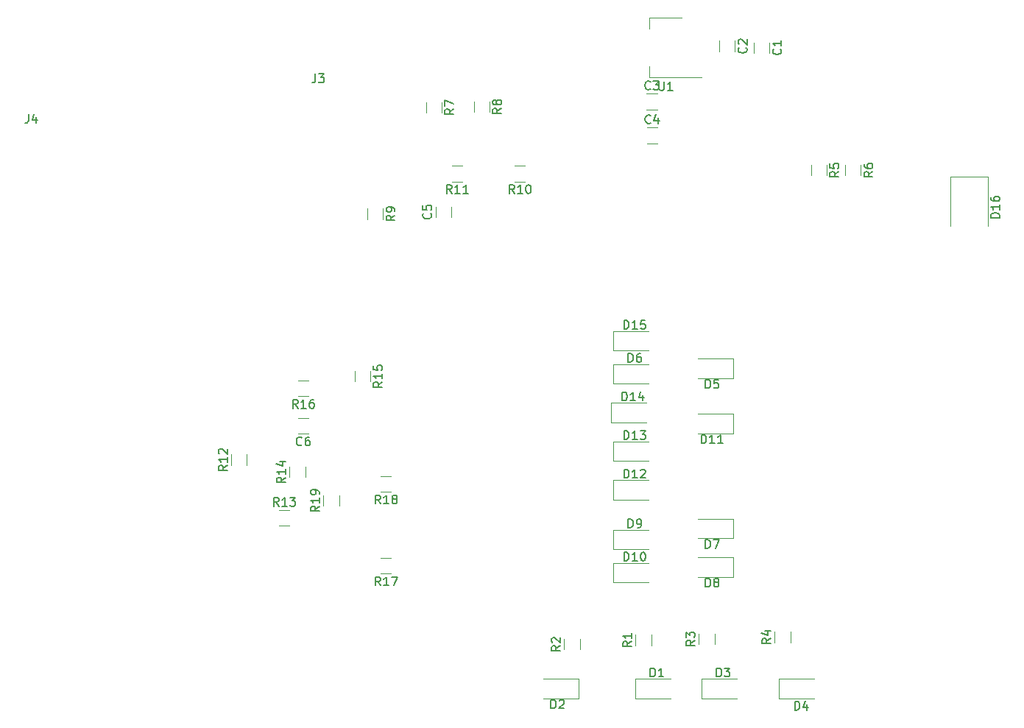
<source format=gbr>
%TF.GenerationSoftware,KiCad,Pcbnew,(6.0.0-rc1-dev-1444-gad0d9f8df)*%
%TF.CreationDate,2019-01-02T13:44:12+02:00*%
%TF.ProjectId,digiTOS-COMOD-SinBoard-routed-2,64696769-544f-4532-9d43-4f4d4f442d53,rev?*%
%TF.SameCoordinates,Original*%
%TF.FileFunction,Legend,Top*%
%TF.FilePolarity,Positive*%
%FSLAX46Y46*%
G04 Gerber Fmt 4.6, Leading zero omitted, Abs format (unit mm)*
G04 Created by KiCad (PCBNEW (6.0.0-rc1-dev-1444-gad0d9f8df)) date 02/01/2019 13:44:12*
%MOMM*%
%LPD*%
G04 APERTURE LIST*
%ADD10C,0.120000*%
%ADD11C,0.150000*%
G04 APERTURE END LIST*
D10*
%TO.C,C1*%
X214990000Y-53297936D02*
X214990000Y-54502064D01*
X216810000Y-53297936D02*
X216810000Y-54502064D01*
%TO.C,C2*%
X212837000Y-53115036D02*
X212837000Y-54319164D01*
X211017000Y-53115036D02*
X211017000Y-54319164D01*
%TO.C,C3*%
X202674936Y-59207100D02*
X203879064Y-59207100D01*
X202674936Y-61027100D02*
X203879064Y-61027100D01*
%TO.C,C4*%
X202697936Y-64910000D02*
X203902064Y-64910000D01*
X202697936Y-63090000D02*
X203902064Y-63090000D01*
%TO.C,D1*%
X201375000Y-128770000D02*
X205435000Y-128770000D01*
X201375000Y-126500000D02*
X201375000Y-128770000D01*
X205435000Y-126500000D02*
X201375000Y-126500000D01*
%TO.C,D2*%
X190805000Y-128770000D02*
X194865000Y-128770000D01*
X194865000Y-128770000D02*
X194865000Y-126500000D01*
X194865000Y-126500000D02*
X190805000Y-126500000D01*
%TO.C,D3*%
X208995000Y-128770000D02*
X213055000Y-128770000D01*
X208995000Y-126500000D02*
X208995000Y-128770000D01*
X213055000Y-126500000D02*
X208995000Y-126500000D01*
%TO.C,D4*%
X221945000Y-126500000D02*
X217885000Y-126500000D01*
X217885000Y-126500000D02*
X217885000Y-128770000D01*
X217885000Y-128770000D02*
X221945000Y-128770000D01*
%TO.C,R1*%
X203230000Y-122637064D02*
X203230000Y-121432936D01*
X201410000Y-122637064D02*
X201410000Y-121432936D01*
%TO.C,R2*%
X193200000Y-123137064D02*
X193200000Y-121932936D01*
X195020000Y-123137064D02*
X195020000Y-121932936D01*
%TO.C,R3*%
X210510000Y-122502064D02*
X210510000Y-121297936D01*
X208690000Y-122502064D02*
X208690000Y-121297936D01*
%TO.C,R4*%
X217390000Y-122302064D02*
X217390000Y-121097936D01*
X219210000Y-122302064D02*
X219210000Y-121097936D01*
%TO.C,U1*%
X202959000Y-50456500D02*
X202959000Y-51716500D01*
X202959000Y-57276500D02*
X202959000Y-56016500D01*
X206719000Y-50456500D02*
X202959000Y-50456500D01*
X208969000Y-57276500D02*
X202959000Y-57276500D01*
%TO.C,D5*%
X208585000Y-91940000D02*
X212645000Y-91940000D01*
X212645000Y-91940000D02*
X212645000Y-89670000D01*
X212645000Y-89670000D02*
X208585000Y-89670000D01*
%TO.C,D6*%
X198835000Y-92575000D02*
X202895000Y-92575000D01*
X198835000Y-90305000D02*
X198835000Y-92575000D01*
X202895000Y-90305000D02*
X198835000Y-90305000D01*
%TO.C,R5*%
X221583000Y-67394636D02*
X221583000Y-68598764D01*
X223403000Y-67394636D02*
X223403000Y-68598764D01*
%TO.C,R6*%
X227303000Y-67394636D02*
X227303000Y-68598764D01*
X225483000Y-67394636D02*
X225483000Y-68598764D01*
%TO.C,D7*%
X208585000Y-110355000D02*
X212645000Y-110355000D01*
X212645000Y-110355000D02*
X212645000Y-108085000D01*
X212645000Y-108085000D02*
X208585000Y-108085000D01*
%TO.C,D8*%
X212645000Y-112530000D02*
X208585000Y-112530000D01*
X212645000Y-114800000D02*
X212645000Y-112530000D01*
X208585000Y-114800000D02*
X212645000Y-114800000D01*
%TO.C,D9*%
X202895000Y-109355000D02*
X198835000Y-109355000D01*
X198835000Y-109355000D02*
X198835000Y-111625000D01*
X198835000Y-111625000D02*
X202895000Y-111625000D01*
%TO.C,D10*%
X198835000Y-115435000D02*
X202895000Y-115435000D01*
X198835000Y-113165000D02*
X198835000Y-115435000D01*
X202895000Y-113165000D02*
X198835000Y-113165000D01*
%TO.C,D11*%
X208585000Y-98290000D02*
X212645000Y-98290000D01*
X212645000Y-98290000D02*
X212645000Y-96020000D01*
X212645000Y-96020000D02*
X208585000Y-96020000D01*
%TO.C,D12*%
X198835000Y-105910000D02*
X202895000Y-105910000D01*
X198835000Y-103640000D02*
X198835000Y-105910000D01*
X202895000Y-103640000D02*
X198835000Y-103640000D01*
%TO.C,D13*%
X202895000Y-99195000D02*
X198835000Y-99195000D01*
X198835000Y-99195000D02*
X198835000Y-101465000D01*
X198835000Y-101465000D02*
X202895000Y-101465000D01*
%TO.C,D14*%
X202678000Y-94750000D02*
X198618000Y-94750000D01*
X198618000Y-94750000D02*
X198618000Y-97020000D01*
X198618000Y-97020000D02*
X202678000Y-97020000D01*
%TO.C,D15*%
X198835000Y-88765000D02*
X202895000Y-88765000D01*
X198835000Y-86495000D02*
X198835000Y-88765000D01*
X202895000Y-86495000D02*
X198835000Y-86495000D01*
%TO.C,R7*%
X177290000Y-60197936D02*
X177290000Y-61402064D01*
X179110000Y-60197936D02*
X179110000Y-61402064D01*
%TO.C,R8*%
X184610000Y-60097936D02*
X184610000Y-61302064D01*
X182790000Y-60097936D02*
X182790000Y-61302064D01*
%TO.C,C5*%
X178390000Y-73402064D02*
X178390000Y-72197936D01*
X180210000Y-73402064D02*
X180210000Y-72197936D01*
%TO.C,R9*%
X172360000Y-72422936D02*
X172360000Y-73627064D01*
X170540000Y-72422936D02*
X170540000Y-73627064D01*
%TO.C,R10*%
X188702064Y-69310000D02*
X187497936Y-69310000D01*
X188702064Y-67490000D02*
X187497936Y-67490000D01*
%TO.C,R11*%
X181502064Y-67490000D02*
X180297936Y-67490000D01*
X181502064Y-69310000D02*
X180297936Y-69310000D01*
%TO.C,C6*%
X163790064Y-98310000D02*
X162585936Y-98310000D01*
X163790064Y-96490000D02*
X162585936Y-96490000D01*
%TO.C,R12*%
X154890000Y-101902064D02*
X154890000Y-100697936D01*
X156710000Y-101902064D02*
X156710000Y-100697936D01*
%TO.C,R13*%
X160409936Y-108910000D02*
X161614064Y-108910000D01*
X160409936Y-107090000D02*
X161614064Y-107090000D01*
%TO.C,R14*%
X161590000Y-103302064D02*
X161590000Y-102097936D01*
X163410000Y-103302064D02*
X163410000Y-102097936D01*
%TO.C,R15*%
X170910000Y-91097936D02*
X170910000Y-92302064D01*
X169090000Y-91097936D02*
X169090000Y-92302064D01*
%TO.C,R16*%
X163802064Y-92190000D02*
X162597936Y-92190000D01*
X163802064Y-94010000D02*
X162597936Y-94010000D01*
%TO.C,D16*%
X241950000Y-68700000D02*
X237650000Y-68700000D01*
X237650000Y-68700000D02*
X237650000Y-74400000D01*
X241950000Y-68700000D02*
X241950000Y-74400000D01*
%TO.C,R17*%
X173302064Y-114410000D02*
X172097936Y-114410000D01*
X173302064Y-112590000D02*
X172097936Y-112590000D01*
%TO.C,R18*%
X173302064Y-103190000D02*
X172097936Y-103190000D01*
X173302064Y-105010000D02*
X172097936Y-105010000D01*
%TO.C,R19*%
X165490000Y-106602064D02*
X165490000Y-105397936D01*
X167310000Y-106602064D02*
X167310000Y-105397936D01*
%TO.C,J3*%
D11*
X164566666Y-56922380D02*
X164566666Y-57636666D01*
X164519047Y-57779523D01*
X164423809Y-57874761D01*
X164280952Y-57922380D01*
X164185714Y-57922380D01*
X164947619Y-56922380D02*
X165566666Y-56922380D01*
X165233333Y-57303333D01*
X165376190Y-57303333D01*
X165471428Y-57350952D01*
X165519047Y-57398571D01*
X165566666Y-57493809D01*
X165566666Y-57731904D01*
X165519047Y-57827142D01*
X165471428Y-57874761D01*
X165376190Y-57922380D01*
X165090476Y-57922380D01*
X164995238Y-57874761D01*
X164947619Y-57827142D01*
%TO.C,J4*%
X131566666Y-61572380D02*
X131566666Y-62286666D01*
X131519047Y-62429523D01*
X131423809Y-62524761D01*
X131280952Y-62572380D01*
X131185714Y-62572380D01*
X132471428Y-61905714D02*
X132471428Y-62572380D01*
X132233333Y-61524761D02*
X131995238Y-62239047D01*
X132614285Y-62239047D01*
%TO.C,C1*%
X218077142Y-54066666D02*
X218124761Y-54114285D01*
X218172380Y-54257142D01*
X218172380Y-54352380D01*
X218124761Y-54495238D01*
X218029523Y-54590476D01*
X217934285Y-54638095D01*
X217743809Y-54685714D01*
X217600952Y-54685714D01*
X217410476Y-54638095D01*
X217315238Y-54590476D01*
X217220000Y-54495238D01*
X217172380Y-54352380D01*
X217172380Y-54257142D01*
X217220000Y-54114285D01*
X217267619Y-54066666D01*
X218172380Y-53114285D02*
X218172380Y-53685714D01*
X218172380Y-53400000D02*
X217172380Y-53400000D01*
X217315238Y-53495238D01*
X217410476Y-53590476D01*
X217458095Y-53685714D01*
%TO.C,C2*%
X214104142Y-53883766D02*
X214151761Y-53931385D01*
X214199380Y-54074242D01*
X214199380Y-54169480D01*
X214151761Y-54312338D01*
X214056523Y-54407576D01*
X213961285Y-54455195D01*
X213770809Y-54502814D01*
X213627952Y-54502814D01*
X213437476Y-54455195D01*
X213342238Y-54407576D01*
X213247000Y-54312338D01*
X213199380Y-54169480D01*
X213199380Y-54074242D01*
X213247000Y-53931385D01*
X213294619Y-53883766D01*
X213294619Y-53502814D02*
X213247000Y-53455195D01*
X213199380Y-53359957D01*
X213199380Y-53121861D01*
X213247000Y-53026623D01*
X213294619Y-52979004D01*
X213389857Y-52931385D01*
X213485095Y-52931385D01*
X213627952Y-52979004D01*
X214199380Y-53550433D01*
X214199380Y-52931385D01*
%TO.C,C3*%
X203110333Y-58654242D02*
X203062714Y-58701861D01*
X202919857Y-58749480D01*
X202824619Y-58749480D01*
X202681761Y-58701861D01*
X202586523Y-58606623D01*
X202538904Y-58511385D01*
X202491285Y-58320909D01*
X202491285Y-58178052D01*
X202538904Y-57987576D01*
X202586523Y-57892338D01*
X202681761Y-57797100D01*
X202824619Y-57749480D01*
X202919857Y-57749480D01*
X203062714Y-57797100D01*
X203110333Y-57844719D01*
X203443666Y-57749480D02*
X204062714Y-57749480D01*
X203729380Y-58130433D01*
X203872238Y-58130433D01*
X203967476Y-58178052D01*
X204015095Y-58225671D01*
X204062714Y-58320909D01*
X204062714Y-58559004D01*
X204015095Y-58654242D01*
X203967476Y-58701861D01*
X203872238Y-58749480D01*
X203586523Y-58749480D01*
X203491285Y-58701861D01*
X203443666Y-58654242D01*
%TO.C,C4*%
X203133333Y-62537142D02*
X203085714Y-62584761D01*
X202942857Y-62632380D01*
X202847619Y-62632380D01*
X202704761Y-62584761D01*
X202609523Y-62489523D01*
X202561904Y-62394285D01*
X202514285Y-62203809D01*
X202514285Y-62060952D01*
X202561904Y-61870476D01*
X202609523Y-61775238D01*
X202704761Y-61680000D01*
X202847619Y-61632380D01*
X202942857Y-61632380D01*
X203085714Y-61680000D01*
X203133333Y-61727619D01*
X203990476Y-61965714D02*
X203990476Y-62632380D01*
X203752380Y-61584761D02*
X203514285Y-62299047D01*
X204133333Y-62299047D01*
%TO.C,D1*%
X203096904Y-126267380D02*
X203096904Y-125267380D01*
X203335000Y-125267380D01*
X203477857Y-125315000D01*
X203573095Y-125410238D01*
X203620714Y-125505476D01*
X203668333Y-125695952D01*
X203668333Y-125838809D01*
X203620714Y-126029285D01*
X203573095Y-126124523D01*
X203477857Y-126219761D01*
X203335000Y-126267380D01*
X203096904Y-126267380D01*
X204620714Y-126267380D02*
X204049285Y-126267380D01*
X204335000Y-126267380D02*
X204335000Y-125267380D01*
X204239761Y-125410238D01*
X204144523Y-125505476D01*
X204049285Y-125553095D01*
%TO.C,D2*%
X191666904Y-129907380D02*
X191666904Y-128907380D01*
X191905000Y-128907380D01*
X192047857Y-128955000D01*
X192143095Y-129050238D01*
X192190714Y-129145476D01*
X192238333Y-129335952D01*
X192238333Y-129478809D01*
X192190714Y-129669285D01*
X192143095Y-129764523D01*
X192047857Y-129859761D01*
X191905000Y-129907380D01*
X191666904Y-129907380D01*
X192619285Y-129002619D02*
X192666904Y-128955000D01*
X192762142Y-128907380D01*
X193000238Y-128907380D01*
X193095476Y-128955000D01*
X193143095Y-129002619D01*
X193190714Y-129097857D01*
X193190714Y-129193095D01*
X193143095Y-129335952D01*
X192571666Y-129907380D01*
X193190714Y-129907380D01*
%TO.C,D3*%
X210716904Y-126267380D02*
X210716904Y-125267380D01*
X210955000Y-125267380D01*
X211097857Y-125315000D01*
X211193095Y-125410238D01*
X211240714Y-125505476D01*
X211288333Y-125695952D01*
X211288333Y-125838809D01*
X211240714Y-126029285D01*
X211193095Y-126124523D01*
X211097857Y-126219761D01*
X210955000Y-126267380D01*
X210716904Y-126267380D01*
X211621666Y-125267380D02*
X212240714Y-125267380D01*
X211907380Y-125648333D01*
X212050238Y-125648333D01*
X212145476Y-125695952D01*
X212193095Y-125743571D01*
X212240714Y-125838809D01*
X212240714Y-126076904D01*
X212193095Y-126172142D01*
X212145476Y-126219761D01*
X212050238Y-126267380D01*
X211764523Y-126267380D01*
X211669285Y-126219761D01*
X211621666Y-126172142D01*
%TO.C,D4*%
X219706904Y-130087380D02*
X219706904Y-129087380D01*
X219945000Y-129087380D01*
X220087857Y-129135000D01*
X220183095Y-129230238D01*
X220230714Y-129325476D01*
X220278333Y-129515952D01*
X220278333Y-129658809D01*
X220230714Y-129849285D01*
X220183095Y-129944523D01*
X220087857Y-130039761D01*
X219945000Y-130087380D01*
X219706904Y-130087380D01*
X221135476Y-129420714D02*
X221135476Y-130087380D01*
X220897380Y-129039761D02*
X220659285Y-129754047D01*
X221278333Y-129754047D01*
%TO.C,R1*%
X200952380Y-122201666D02*
X200476190Y-122535000D01*
X200952380Y-122773095D02*
X199952380Y-122773095D01*
X199952380Y-122392142D01*
X200000000Y-122296904D01*
X200047619Y-122249285D01*
X200142857Y-122201666D01*
X200285714Y-122201666D01*
X200380952Y-122249285D01*
X200428571Y-122296904D01*
X200476190Y-122392142D01*
X200476190Y-122773095D01*
X200952380Y-121249285D02*
X200952380Y-121820714D01*
X200952380Y-121535000D02*
X199952380Y-121535000D01*
X200095238Y-121630238D01*
X200190476Y-121725476D01*
X200238095Y-121820714D01*
%TO.C,R2*%
X192742380Y-122701666D02*
X192266190Y-123035000D01*
X192742380Y-123273095D02*
X191742380Y-123273095D01*
X191742380Y-122892142D01*
X191790000Y-122796904D01*
X191837619Y-122749285D01*
X191932857Y-122701666D01*
X192075714Y-122701666D01*
X192170952Y-122749285D01*
X192218571Y-122796904D01*
X192266190Y-122892142D01*
X192266190Y-123273095D01*
X191837619Y-122320714D02*
X191790000Y-122273095D01*
X191742380Y-122177857D01*
X191742380Y-121939761D01*
X191790000Y-121844523D01*
X191837619Y-121796904D01*
X191932857Y-121749285D01*
X192028095Y-121749285D01*
X192170952Y-121796904D01*
X192742380Y-122368333D01*
X192742380Y-121749285D01*
%TO.C,R3*%
X208232380Y-122066666D02*
X207756190Y-122400000D01*
X208232380Y-122638095D02*
X207232380Y-122638095D01*
X207232380Y-122257142D01*
X207280000Y-122161904D01*
X207327619Y-122114285D01*
X207422857Y-122066666D01*
X207565714Y-122066666D01*
X207660952Y-122114285D01*
X207708571Y-122161904D01*
X207756190Y-122257142D01*
X207756190Y-122638095D01*
X207232380Y-121733333D02*
X207232380Y-121114285D01*
X207613333Y-121447619D01*
X207613333Y-121304761D01*
X207660952Y-121209523D01*
X207708571Y-121161904D01*
X207803809Y-121114285D01*
X208041904Y-121114285D01*
X208137142Y-121161904D01*
X208184761Y-121209523D01*
X208232380Y-121304761D01*
X208232380Y-121590476D01*
X208184761Y-121685714D01*
X208137142Y-121733333D01*
%TO.C,R4*%
X216932380Y-121866666D02*
X216456190Y-122200000D01*
X216932380Y-122438095D02*
X215932380Y-122438095D01*
X215932380Y-122057142D01*
X215980000Y-121961904D01*
X216027619Y-121914285D01*
X216122857Y-121866666D01*
X216265714Y-121866666D01*
X216360952Y-121914285D01*
X216408571Y-121961904D01*
X216456190Y-122057142D01*
X216456190Y-122438095D01*
X216265714Y-121009523D02*
X216932380Y-121009523D01*
X215884761Y-121247619D02*
X216599047Y-121485714D01*
X216599047Y-120866666D01*
%TO.C,U1*%
X204107095Y-57818880D02*
X204107095Y-58628404D01*
X204154714Y-58723642D01*
X204202333Y-58771261D01*
X204297571Y-58818880D01*
X204488047Y-58818880D01*
X204583285Y-58771261D01*
X204630904Y-58723642D01*
X204678523Y-58628404D01*
X204678523Y-57818880D01*
X205678523Y-58818880D02*
X205107095Y-58818880D01*
X205392809Y-58818880D02*
X205392809Y-57818880D01*
X205297571Y-57961738D01*
X205202333Y-58056976D01*
X205107095Y-58104595D01*
%TO.C,D5*%
X209446904Y-93077380D02*
X209446904Y-92077380D01*
X209685000Y-92077380D01*
X209827857Y-92125000D01*
X209923095Y-92220238D01*
X209970714Y-92315476D01*
X210018333Y-92505952D01*
X210018333Y-92648809D01*
X209970714Y-92839285D01*
X209923095Y-92934523D01*
X209827857Y-93029761D01*
X209685000Y-93077380D01*
X209446904Y-93077380D01*
X210923095Y-92077380D02*
X210446904Y-92077380D01*
X210399285Y-92553571D01*
X210446904Y-92505952D01*
X210542142Y-92458333D01*
X210780238Y-92458333D01*
X210875476Y-92505952D01*
X210923095Y-92553571D01*
X210970714Y-92648809D01*
X210970714Y-92886904D01*
X210923095Y-92982142D01*
X210875476Y-93029761D01*
X210780238Y-93077380D01*
X210542142Y-93077380D01*
X210446904Y-93029761D01*
X210399285Y-92982142D01*
%TO.C,D6*%
X200556904Y-90072380D02*
X200556904Y-89072380D01*
X200795000Y-89072380D01*
X200937857Y-89120000D01*
X201033095Y-89215238D01*
X201080714Y-89310476D01*
X201128333Y-89500952D01*
X201128333Y-89643809D01*
X201080714Y-89834285D01*
X201033095Y-89929523D01*
X200937857Y-90024761D01*
X200795000Y-90072380D01*
X200556904Y-90072380D01*
X201985476Y-89072380D02*
X201795000Y-89072380D01*
X201699761Y-89120000D01*
X201652142Y-89167619D01*
X201556904Y-89310476D01*
X201509285Y-89500952D01*
X201509285Y-89881904D01*
X201556904Y-89977142D01*
X201604523Y-90024761D01*
X201699761Y-90072380D01*
X201890238Y-90072380D01*
X201985476Y-90024761D01*
X202033095Y-89977142D01*
X202080714Y-89881904D01*
X202080714Y-89643809D01*
X202033095Y-89548571D01*
X201985476Y-89500952D01*
X201890238Y-89453333D01*
X201699761Y-89453333D01*
X201604523Y-89500952D01*
X201556904Y-89548571D01*
X201509285Y-89643809D01*
%TO.C,R5*%
X224765380Y-68163366D02*
X224289190Y-68496700D01*
X224765380Y-68734795D02*
X223765380Y-68734795D01*
X223765380Y-68353842D01*
X223813000Y-68258604D01*
X223860619Y-68210985D01*
X223955857Y-68163366D01*
X224098714Y-68163366D01*
X224193952Y-68210985D01*
X224241571Y-68258604D01*
X224289190Y-68353842D01*
X224289190Y-68734795D01*
X223765380Y-67258604D02*
X223765380Y-67734795D01*
X224241571Y-67782414D01*
X224193952Y-67734795D01*
X224146333Y-67639557D01*
X224146333Y-67401461D01*
X224193952Y-67306223D01*
X224241571Y-67258604D01*
X224336809Y-67210985D01*
X224574904Y-67210985D01*
X224670142Y-67258604D01*
X224717761Y-67306223D01*
X224765380Y-67401461D01*
X224765380Y-67639557D01*
X224717761Y-67734795D01*
X224670142Y-67782414D01*
%TO.C,R6*%
X228665380Y-68163366D02*
X228189190Y-68496700D01*
X228665380Y-68734795D02*
X227665380Y-68734795D01*
X227665380Y-68353842D01*
X227713000Y-68258604D01*
X227760619Y-68210985D01*
X227855857Y-68163366D01*
X227998714Y-68163366D01*
X228093952Y-68210985D01*
X228141571Y-68258604D01*
X228189190Y-68353842D01*
X228189190Y-68734795D01*
X227665380Y-67306223D02*
X227665380Y-67496700D01*
X227713000Y-67591938D01*
X227760619Y-67639557D01*
X227903476Y-67734795D01*
X228093952Y-67782414D01*
X228474904Y-67782414D01*
X228570142Y-67734795D01*
X228617761Y-67687176D01*
X228665380Y-67591938D01*
X228665380Y-67401461D01*
X228617761Y-67306223D01*
X228570142Y-67258604D01*
X228474904Y-67210985D01*
X228236809Y-67210985D01*
X228141571Y-67258604D01*
X228093952Y-67306223D01*
X228046333Y-67401461D01*
X228046333Y-67591938D01*
X228093952Y-67687176D01*
X228141571Y-67734795D01*
X228236809Y-67782414D01*
%TO.C,D7*%
X209446904Y-111492380D02*
X209446904Y-110492380D01*
X209685000Y-110492380D01*
X209827857Y-110540000D01*
X209923095Y-110635238D01*
X209970714Y-110730476D01*
X210018333Y-110920952D01*
X210018333Y-111063809D01*
X209970714Y-111254285D01*
X209923095Y-111349523D01*
X209827857Y-111444761D01*
X209685000Y-111492380D01*
X209446904Y-111492380D01*
X210351666Y-110492380D02*
X211018333Y-110492380D01*
X210589761Y-111492380D01*
%TO.C,D8*%
X209446904Y-115937380D02*
X209446904Y-114937380D01*
X209685000Y-114937380D01*
X209827857Y-114985000D01*
X209923095Y-115080238D01*
X209970714Y-115175476D01*
X210018333Y-115365952D01*
X210018333Y-115508809D01*
X209970714Y-115699285D01*
X209923095Y-115794523D01*
X209827857Y-115889761D01*
X209685000Y-115937380D01*
X209446904Y-115937380D01*
X210589761Y-115365952D02*
X210494523Y-115318333D01*
X210446904Y-115270714D01*
X210399285Y-115175476D01*
X210399285Y-115127857D01*
X210446904Y-115032619D01*
X210494523Y-114985000D01*
X210589761Y-114937380D01*
X210780238Y-114937380D01*
X210875476Y-114985000D01*
X210923095Y-115032619D01*
X210970714Y-115127857D01*
X210970714Y-115175476D01*
X210923095Y-115270714D01*
X210875476Y-115318333D01*
X210780238Y-115365952D01*
X210589761Y-115365952D01*
X210494523Y-115413571D01*
X210446904Y-115461190D01*
X210399285Y-115556428D01*
X210399285Y-115746904D01*
X210446904Y-115842142D01*
X210494523Y-115889761D01*
X210589761Y-115937380D01*
X210780238Y-115937380D01*
X210875476Y-115889761D01*
X210923095Y-115842142D01*
X210970714Y-115746904D01*
X210970714Y-115556428D01*
X210923095Y-115461190D01*
X210875476Y-115413571D01*
X210780238Y-115365952D01*
%TO.C,D9*%
X200556904Y-109122380D02*
X200556904Y-108122380D01*
X200795000Y-108122380D01*
X200937857Y-108170000D01*
X201033095Y-108265238D01*
X201080714Y-108360476D01*
X201128333Y-108550952D01*
X201128333Y-108693809D01*
X201080714Y-108884285D01*
X201033095Y-108979523D01*
X200937857Y-109074761D01*
X200795000Y-109122380D01*
X200556904Y-109122380D01*
X201604523Y-109122380D02*
X201795000Y-109122380D01*
X201890238Y-109074761D01*
X201937857Y-109027142D01*
X202033095Y-108884285D01*
X202080714Y-108693809D01*
X202080714Y-108312857D01*
X202033095Y-108217619D01*
X201985476Y-108170000D01*
X201890238Y-108122380D01*
X201699761Y-108122380D01*
X201604523Y-108170000D01*
X201556904Y-108217619D01*
X201509285Y-108312857D01*
X201509285Y-108550952D01*
X201556904Y-108646190D01*
X201604523Y-108693809D01*
X201699761Y-108741428D01*
X201890238Y-108741428D01*
X201985476Y-108693809D01*
X202033095Y-108646190D01*
X202080714Y-108550952D01*
%TO.C,D10*%
X200080714Y-112932380D02*
X200080714Y-111932380D01*
X200318809Y-111932380D01*
X200461666Y-111980000D01*
X200556904Y-112075238D01*
X200604523Y-112170476D01*
X200652142Y-112360952D01*
X200652142Y-112503809D01*
X200604523Y-112694285D01*
X200556904Y-112789523D01*
X200461666Y-112884761D01*
X200318809Y-112932380D01*
X200080714Y-112932380D01*
X201604523Y-112932380D02*
X201033095Y-112932380D01*
X201318809Y-112932380D02*
X201318809Y-111932380D01*
X201223571Y-112075238D01*
X201128333Y-112170476D01*
X201033095Y-112218095D01*
X202223571Y-111932380D02*
X202318809Y-111932380D01*
X202414047Y-111980000D01*
X202461666Y-112027619D01*
X202509285Y-112122857D01*
X202556904Y-112313333D01*
X202556904Y-112551428D01*
X202509285Y-112741904D01*
X202461666Y-112837142D01*
X202414047Y-112884761D01*
X202318809Y-112932380D01*
X202223571Y-112932380D01*
X202128333Y-112884761D01*
X202080714Y-112837142D01*
X202033095Y-112741904D01*
X201985476Y-112551428D01*
X201985476Y-112313333D01*
X202033095Y-112122857D01*
X202080714Y-112027619D01*
X202128333Y-111980000D01*
X202223571Y-111932380D01*
%TO.C,D11*%
X208970714Y-99427380D02*
X208970714Y-98427380D01*
X209208809Y-98427380D01*
X209351666Y-98475000D01*
X209446904Y-98570238D01*
X209494523Y-98665476D01*
X209542142Y-98855952D01*
X209542142Y-98998809D01*
X209494523Y-99189285D01*
X209446904Y-99284523D01*
X209351666Y-99379761D01*
X209208809Y-99427380D01*
X208970714Y-99427380D01*
X210494523Y-99427380D02*
X209923095Y-99427380D01*
X210208809Y-99427380D02*
X210208809Y-98427380D01*
X210113571Y-98570238D01*
X210018333Y-98665476D01*
X209923095Y-98713095D01*
X211446904Y-99427380D02*
X210875476Y-99427380D01*
X211161190Y-99427380D02*
X211161190Y-98427380D01*
X211065952Y-98570238D01*
X210970714Y-98665476D01*
X210875476Y-98713095D01*
%TO.C,D12*%
X200080714Y-103407380D02*
X200080714Y-102407380D01*
X200318809Y-102407380D01*
X200461666Y-102455000D01*
X200556904Y-102550238D01*
X200604523Y-102645476D01*
X200652142Y-102835952D01*
X200652142Y-102978809D01*
X200604523Y-103169285D01*
X200556904Y-103264523D01*
X200461666Y-103359761D01*
X200318809Y-103407380D01*
X200080714Y-103407380D01*
X201604523Y-103407380D02*
X201033095Y-103407380D01*
X201318809Y-103407380D02*
X201318809Y-102407380D01*
X201223571Y-102550238D01*
X201128333Y-102645476D01*
X201033095Y-102693095D01*
X201985476Y-102502619D02*
X202033095Y-102455000D01*
X202128333Y-102407380D01*
X202366428Y-102407380D01*
X202461666Y-102455000D01*
X202509285Y-102502619D01*
X202556904Y-102597857D01*
X202556904Y-102693095D01*
X202509285Y-102835952D01*
X201937857Y-103407380D01*
X202556904Y-103407380D01*
%TO.C,D13*%
X200080714Y-98962380D02*
X200080714Y-97962380D01*
X200318809Y-97962380D01*
X200461666Y-98010000D01*
X200556904Y-98105238D01*
X200604523Y-98200476D01*
X200652142Y-98390952D01*
X200652142Y-98533809D01*
X200604523Y-98724285D01*
X200556904Y-98819523D01*
X200461666Y-98914761D01*
X200318809Y-98962380D01*
X200080714Y-98962380D01*
X201604523Y-98962380D02*
X201033095Y-98962380D01*
X201318809Y-98962380D02*
X201318809Y-97962380D01*
X201223571Y-98105238D01*
X201128333Y-98200476D01*
X201033095Y-98248095D01*
X201937857Y-97962380D02*
X202556904Y-97962380D01*
X202223571Y-98343333D01*
X202366428Y-98343333D01*
X202461666Y-98390952D01*
X202509285Y-98438571D01*
X202556904Y-98533809D01*
X202556904Y-98771904D01*
X202509285Y-98867142D01*
X202461666Y-98914761D01*
X202366428Y-98962380D01*
X202080714Y-98962380D01*
X201985476Y-98914761D01*
X201937857Y-98867142D01*
%TO.C,D14*%
X199863714Y-94517380D02*
X199863714Y-93517380D01*
X200101809Y-93517380D01*
X200244666Y-93565000D01*
X200339904Y-93660238D01*
X200387523Y-93755476D01*
X200435142Y-93945952D01*
X200435142Y-94088809D01*
X200387523Y-94279285D01*
X200339904Y-94374523D01*
X200244666Y-94469761D01*
X200101809Y-94517380D01*
X199863714Y-94517380D01*
X201387523Y-94517380D02*
X200816095Y-94517380D01*
X201101809Y-94517380D02*
X201101809Y-93517380D01*
X201006571Y-93660238D01*
X200911333Y-93755476D01*
X200816095Y-93803095D01*
X202244666Y-93850714D02*
X202244666Y-94517380D01*
X202006571Y-93469761D02*
X201768476Y-94184047D01*
X202387523Y-94184047D01*
%TO.C,D15*%
X200080714Y-86262380D02*
X200080714Y-85262380D01*
X200318809Y-85262380D01*
X200461666Y-85310000D01*
X200556904Y-85405238D01*
X200604523Y-85500476D01*
X200652142Y-85690952D01*
X200652142Y-85833809D01*
X200604523Y-86024285D01*
X200556904Y-86119523D01*
X200461666Y-86214761D01*
X200318809Y-86262380D01*
X200080714Y-86262380D01*
X201604523Y-86262380D02*
X201033095Y-86262380D01*
X201318809Y-86262380D02*
X201318809Y-85262380D01*
X201223571Y-85405238D01*
X201128333Y-85500476D01*
X201033095Y-85548095D01*
X202509285Y-85262380D02*
X202033095Y-85262380D01*
X201985476Y-85738571D01*
X202033095Y-85690952D01*
X202128333Y-85643333D01*
X202366428Y-85643333D01*
X202461666Y-85690952D01*
X202509285Y-85738571D01*
X202556904Y-85833809D01*
X202556904Y-86071904D01*
X202509285Y-86167142D01*
X202461666Y-86214761D01*
X202366428Y-86262380D01*
X202128333Y-86262380D01*
X202033095Y-86214761D01*
X201985476Y-86167142D01*
%TO.C,R7*%
X180472380Y-60966666D02*
X179996190Y-61300000D01*
X180472380Y-61538095D02*
X179472380Y-61538095D01*
X179472380Y-61157142D01*
X179520000Y-61061904D01*
X179567619Y-61014285D01*
X179662857Y-60966666D01*
X179805714Y-60966666D01*
X179900952Y-61014285D01*
X179948571Y-61061904D01*
X179996190Y-61157142D01*
X179996190Y-61538095D01*
X179472380Y-60633333D02*
X179472380Y-59966666D01*
X180472380Y-60395238D01*
%TO.C,R8*%
X185972380Y-60866666D02*
X185496190Y-61200000D01*
X185972380Y-61438095D02*
X184972380Y-61438095D01*
X184972380Y-61057142D01*
X185020000Y-60961904D01*
X185067619Y-60914285D01*
X185162857Y-60866666D01*
X185305714Y-60866666D01*
X185400952Y-60914285D01*
X185448571Y-60961904D01*
X185496190Y-61057142D01*
X185496190Y-61438095D01*
X185400952Y-60295238D02*
X185353333Y-60390476D01*
X185305714Y-60438095D01*
X185210476Y-60485714D01*
X185162857Y-60485714D01*
X185067619Y-60438095D01*
X185020000Y-60390476D01*
X184972380Y-60295238D01*
X184972380Y-60104761D01*
X185020000Y-60009523D01*
X185067619Y-59961904D01*
X185162857Y-59914285D01*
X185210476Y-59914285D01*
X185305714Y-59961904D01*
X185353333Y-60009523D01*
X185400952Y-60104761D01*
X185400952Y-60295238D01*
X185448571Y-60390476D01*
X185496190Y-60438095D01*
X185591428Y-60485714D01*
X185781904Y-60485714D01*
X185877142Y-60438095D01*
X185924761Y-60390476D01*
X185972380Y-60295238D01*
X185972380Y-60104761D01*
X185924761Y-60009523D01*
X185877142Y-59961904D01*
X185781904Y-59914285D01*
X185591428Y-59914285D01*
X185496190Y-59961904D01*
X185448571Y-60009523D01*
X185400952Y-60104761D01*
%TO.C,C5*%
X177837142Y-72966666D02*
X177884761Y-73014285D01*
X177932380Y-73157142D01*
X177932380Y-73252380D01*
X177884761Y-73395238D01*
X177789523Y-73490476D01*
X177694285Y-73538095D01*
X177503809Y-73585714D01*
X177360952Y-73585714D01*
X177170476Y-73538095D01*
X177075238Y-73490476D01*
X176980000Y-73395238D01*
X176932380Y-73252380D01*
X176932380Y-73157142D01*
X176980000Y-73014285D01*
X177027619Y-72966666D01*
X176932380Y-72061904D02*
X176932380Y-72538095D01*
X177408571Y-72585714D01*
X177360952Y-72538095D01*
X177313333Y-72442857D01*
X177313333Y-72204761D01*
X177360952Y-72109523D01*
X177408571Y-72061904D01*
X177503809Y-72014285D01*
X177741904Y-72014285D01*
X177837142Y-72061904D01*
X177884761Y-72109523D01*
X177932380Y-72204761D01*
X177932380Y-72442857D01*
X177884761Y-72538095D01*
X177837142Y-72585714D01*
%TO.C,R9*%
X173722380Y-73191666D02*
X173246190Y-73525000D01*
X173722380Y-73763095D02*
X172722380Y-73763095D01*
X172722380Y-73382142D01*
X172770000Y-73286904D01*
X172817619Y-73239285D01*
X172912857Y-73191666D01*
X173055714Y-73191666D01*
X173150952Y-73239285D01*
X173198571Y-73286904D01*
X173246190Y-73382142D01*
X173246190Y-73763095D01*
X173722380Y-72715476D02*
X173722380Y-72525000D01*
X173674761Y-72429761D01*
X173627142Y-72382142D01*
X173484285Y-72286904D01*
X173293809Y-72239285D01*
X172912857Y-72239285D01*
X172817619Y-72286904D01*
X172770000Y-72334523D01*
X172722380Y-72429761D01*
X172722380Y-72620238D01*
X172770000Y-72715476D01*
X172817619Y-72763095D01*
X172912857Y-72810714D01*
X173150952Y-72810714D01*
X173246190Y-72763095D01*
X173293809Y-72715476D01*
X173341428Y-72620238D01*
X173341428Y-72429761D01*
X173293809Y-72334523D01*
X173246190Y-72286904D01*
X173150952Y-72239285D01*
%TO.C,R10*%
X187457142Y-70672380D02*
X187123809Y-70196190D01*
X186885714Y-70672380D02*
X186885714Y-69672380D01*
X187266666Y-69672380D01*
X187361904Y-69720000D01*
X187409523Y-69767619D01*
X187457142Y-69862857D01*
X187457142Y-70005714D01*
X187409523Y-70100952D01*
X187361904Y-70148571D01*
X187266666Y-70196190D01*
X186885714Y-70196190D01*
X188409523Y-70672380D02*
X187838095Y-70672380D01*
X188123809Y-70672380D02*
X188123809Y-69672380D01*
X188028571Y-69815238D01*
X187933333Y-69910476D01*
X187838095Y-69958095D01*
X189028571Y-69672380D02*
X189123809Y-69672380D01*
X189219047Y-69720000D01*
X189266666Y-69767619D01*
X189314285Y-69862857D01*
X189361904Y-70053333D01*
X189361904Y-70291428D01*
X189314285Y-70481904D01*
X189266666Y-70577142D01*
X189219047Y-70624761D01*
X189123809Y-70672380D01*
X189028571Y-70672380D01*
X188933333Y-70624761D01*
X188885714Y-70577142D01*
X188838095Y-70481904D01*
X188790476Y-70291428D01*
X188790476Y-70053333D01*
X188838095Y-69862857D01*
X188885714Y-69767619D01*
X188933333Y-69720000D01*
X189028571Y-69672380D01*
%TO.C,R11*%
X180257142Y-70672380D02*
X179923809Y-70196190D01*
X179685714Y-70672380D02*
X179685714Y-69672380D01*
X180066666Y-69672380D01*
X180161904Y-69720000D01*
X180209523Y-69767619D01*
X180257142Y-69862857D01*
X180257142Y-70005714D01*
X180209523Y-70100952D01*
X180161904Y-70148571D01*
X180066666Y-70196190D01*
X179685714Y-70196190D01*
X181209523Y-70672380D02*
X180638095Y-70672380D01*
X180923809Y-70672380D02*
X180923809Y-69672380D01*
X180828571Y-69815238D01*
X180733333Y-69910476D01*
X180638095Y-69958095D01*
X182161904Y-70672380D02*
X181590476Y-70672380D01*
X181876190Y-70672380D02*
X181876190Y-69672380D01*
X181780952Y-69815238D01*
X181685714Y-69910476D01*
X181590476Y-69958095D01*
%TO.C,C6*%
X163021333Y-99577142D02*
X162973714Y-99624761D01*
X162830857Y-99672380D01*
X162735619Y-99672380D01*
X162592761Y-99624761D01*
X162497523Y-99529523D01*
X162449904Y-99434285D01*
X162402285Y-99243809D01*
X162402285Y-99100952D01*
X162449904Y-98910476D01*
X162497523Y-98815238D01*
X162592761Y-98720000D01*
X162735619Y-98672380D01*
X162830857Y-98672380D01*
X162973714Y-98720000D01*
X163021333Y-98767619D01*
X163878476Y-98672380D02*
X163688000Y-98672380D01*
X163592761Y-98720000D01*
X163545142Y-98767619D01*
X163449904Y-98910476D01*
X163402285Y-99100952D01*
X163402285Y-99481904D01*
X163449904Y-99577142D01*
X163497523Y-99624761D01*
X163592761Y-99672380D01*
X163783238Y-99672380D01*
X163878476Y-99624761D01*
X163926095Y-99577142D01*
X163973714Y-99481904D01*
X163973714Y-99243809D01*
X163926095Y-99148571D01*
X163878476Y-99100952D01*
X163783238Y-99053333D01*
X163592761Y-99053333D01*
X163497523Y-99100952D01*
X163449904Y-99148571D01*
X163402285Y-99243809D01*
%TO.C,R12*%
X154432380Y-101942857D02*
X153956190Y-102276190D01*
X154432380Y-102514285D02*
X153432380Y-102514285D01*
X153432380Y-102133333D01*
X153480000Y-102038095D01*
X153527619Y-101990476D01*
X153622857Y-101942857D01*
X153765714Y-101942857D01*
X153860952Y-101990476D01*
X153908571Y-102038095D01*
X153956190Y-102133333D01*
X153956190Y-102514285D01*
X154432380Y-100990476D02*
X154432380Y-101561904D01*
X154432380Y-101276190D02*
X153432380Y-101276190D01*
X153575238Y-101371428D01*
X153670476Y-101466666D01*
X153718095Y-101561904D01*
X153527619Y-100609523D02*
X153480000Y-100561904D01*
X153432380Y-100466666D01*
X153432380Y-100228571D01*
X153480000Y-100133333D01*
X153527619Y-100085714D01*
X153622857Y-100038095D01*
X153718095Y-100038095D01*
X153860952Y-100085714D01*
X154432380Y-100657142D01*
X154432380Y-100038095D01*
%TO.C,R13*%
X160369142Y-106632380D02*
X160035809Y-106156190D01*
X159797714Y-106632380D02*
X159797714Y-105632380D01*
X160178666Y-105632380D01*
X160273904Y-105680000D01*
X160321523Y-105727619D01*
X160369142Y-105822857D01*
X160369142Y-105965714D01*
X160321523Y-106060952D01*
X160273904Y-106108571D01*
X160178666Y-106156190D01*
X159797714Y-106156190D01*
X161321523Y-106632380D02*
X160750095Y-106632380D01*
X161035809Y-106632380D02*
X161035809Y-105632380D01*
X160940571Y-105775238D01*
X160845333Y-105870476D01*
X160750095Y-105918095D01*
X161654857Y-105632380D02*
X162273904Y-105632380D01*
X161940571Y-106013333D01*
X162083428Y-106013333D01*
X162178666Y-106060952D01*
X162226285Y-106108571D01*
X162273904Y-106203809D01*
X162273904Y-106441904D01*
X162226285Y-106537142D01*
X162178666Y-106584761D01*
X162083428Y-106632380D01*
X161797714Y-106632380D01*
X161702476Y-106584761D01*
X161654857Y-106537142D01*
%TO.C,R14*%
X161132380Y-103342857D02*
X160656190Y-103676190D01*
X161132380Y-103914285D02*
X160132380Y-103914285D01*
X160132380Y-103533333D01*
X160180000Y-103438095D01*
X160227619Y-103390476D01*
X160322857Y-103342857D01*
X160465714Y-103342857D01*
X160560952Y-103390476D01*
X160608571Y-103438095D01*
X160656190Y-103533333D01*
X160656190Y-103914285D01*
X161132380Y-102390476D02*
X161132380Y-102961904D01*
X161132380Y-102676190D02*
X160132380Y-102676190D01*
X160275238Y-102771428D01*
X160370476Y-102866666D01*
X160418095Y-102961904D01*
X160465714Y-101533333D02*
X161132380Y-101533333D01*
X160084761Y-101771428D02*
X160799047Y-102009523D01*
X160799047Y-101390476D01*
%TO.C,R15*%
X172272380Y-92342857D02*
X171796190Y-92676190D01*
X172272380Y-92914285D02*
X171272380Y-92914285D01*
X171272380Y-92533333D01*
X171320000Y-92438095D01*
X171367619Y-92390476D01*
X171462857Y-92342857D01*
X171605714Y-92342857D01*
X171700952Y-92390476D01*
X171748571Y-92438095D01*
X171796190Y-92533333D01*
X171796190Y-92914285D01*
X172272380Y-91390476D02*
X172272380Y-91961904D01*
X172272380Y-91676190D02*
X171272380Y-91676190D01*
X171415238Y-91771428D01*
X171510476Y-91866666D01*
X171558095Y-91961904D01*
X171272380Y-90485714D02*
X171272380Y-90961904D01*
X171748571Y-91009523D01*
X171700952Y-90961904D01*
X171653333Y-90866666D01*
X171653333Y-90628571D01*
X171700952Y-90533333D01*
X171748571Y-90485714D01*
X171843809Y-90438095D01*
X172081904Y-90438095D01*
X172177142Y-90485714D01*
X172224761Y-90533333D01*
X172272380Y-90628571D01*
X172272380Y-90866666D01*
X172224761Y-90961904D01*
X172177142Y-91009523D01*
%TO.C,R16*%
X162557142Y-95372380D02*
X162223809Y-94896190D01*
X161985714Y-95372380D02*
X161985714Y-94372380D01*
X162366666Y-94372380D01*
X162461904Y-94420000D01*
X162509523Y-94467619D01*
X162557142Y-94562857D01*
X162557142Y-94705714D01*
X162509523Y-94800952D01*
X162461904Y-94848571D01*
X162366666Y-94896190D01*
X161985714Y-94896190D01*
X163509523Y-95372380D02*
X162938095Y-95372380D01*
X163223809Y-95372380D02*
X163223809Y-94372380D01*
X163128571Y-94515238D01*
X163033333Y-94610476D01*
X162938095Y-94658095D01*
X164366666Y-94372380D02*
X164176190Y-94372380D01*
X164080952Y-94420000D01*
X164033333Y-94467619D01*
X163938095Y-94610476D01*
X163890476Y-94800952D01*
X163890476Y-95181904D01*
X163938095Y-95277142D01*
X163985714Y-95324761D01*
X164080952Y-95372380D01*
X164271428Y-95372380D01*
X164366666Y-95324761D01*
X164414285Y-95277142D01*
X164461904Y-95181904D01*
X164461904Y-94943809D01*
X164414285Y-94848571D01*
X164366666Y-94800952D01*
X164271428Y-94753333D01*
X164080952Y-94753333D01*
X163985714Y-94800952D01*
X163938095Y-94848571D01*
X163890476Y-94943809D01*
%TO.C,D16*%
X243252380Y-73464285D02*
X242252380Y-73464285D01*
X242252380Y-73226190D01*
X242300000Y-73083333D01*
X242395238Y-72988095D01*
X242490476Y-72940476D01*
X242680952Y-72892857D01*
X242823809Y-72892857D01*
X243014285Y-72940476D01*
X243109523Y-72988095D01*
X243204761Y-73083333D01*
X243252380Y-73226190D01*
X243252380Y-73464285D01*
X243252380Y-71940476D02*
X243252380Y-72511904D01*
X243252380Y-72226190D02*
X242252380Y-72226190D01*
X242395238Y-72321428D01*
X242490476Y-72416666D01*
X242538095Y-72511904D01*
X242252380Y-71083333D02*
X242252380Y-71273809D01*
X242300000Y-71369047D01*
X242347619Y-71416666D01*
X242490476Y-71511904D01*
X242680952Y-71559523D01*
X243061904Y-71559523D01*
X243157142Y-71511904D01*
X243204761Y-71464285D01*
X243252380Y-71369047D01*
X243252380Y-71178571D01*
X243204761Y-71083333D01*
X243157142Y-71035714D01*
X243061904Y-70988095D01*
X242823809Y-70988095D01*
X242728571Y-71035714D01*
X242680952Y-71083333D01*
X242633333Y-71178571D01*
X242633333Y-71369047D01*
X242680952Y-71464285D01*
X242728571Y-71511904D01*
X242823809Y-71559523D01*
%TO.C,R17*%
X172057142Y-115772380D02*
X171723809Y-115296190D01*
X171485714Y-115772380D02*
X171485714Y-114772380D01*
X171866666Y-114772380D01*
X171961904Y-114820000D01*
X172009523Y-114867619D01*
X172057142Y-114962857D01*
X172057142Y-115105714D01*
X172009523Y-115200952D01*
X171961904Y-115248571D01*
X171866666Y-115296190D01*
X171485714Y-115296190D01*
X173009523Y-115772380D02*
X172438095Y-115772380D01*
X172723809Y-115772380D02*
X172723809Y-114772380D01*
X172628571Y-114915238D01*
X172533333Y-115010476D01*
X172438095Y-115058095D01*
X173342857Y-114772380D02*
X174009523Y-114772380D01*
X173580952Y-115772380D01*
%TO.C,R18*%
X172057142Y-106372380D02*
X171723809Y-105896190D01*
X171485714Y-106372380D02*
X171485714Y-105372380D01*
X171866666Y-105372380D01*
X171961904Y-105420000D01*
X172009523Y-105467619D01*
X172057142Y-105562857D01*
X172057142Y-105705714D01*
X172009523Y-105800952D01*
X171961904Y-105848571D01*
X171866666Y-105896190D01*
X171485714Y-105896190D01*
X173009523Y-106372380D02*
X172438095Y-106372380D01*
X172723809Y-106372380D02*
X172723809Y-105372380D01*
X172628571Y-105515238D01*
X172533333Y-105610476D01*
X172438095Y-105658095D01*
X173580952Y-105800952D02*
X173485714Y-105753333D01*
X173438095Y-105705714D01*
X173390476Y-105610476D01*
X173390476Y-105562857D01*
X173438095Y-105467619D01*
X173485714Y-105420000D01*
X173580952Y-105372380D01*
X173771428Y-105372380D01*
X173866666Y-105420000D01*
X173914285Y-105467619D01*
X173961904Y-105562857D01*
X173961904Y-105610476D01*
X173914285Y-105705714D01*
X173866666Y-105753333D01*
X173771428Y-105800952D01*
X173580952Y-105800952D01*
X173485714Y-105848571D01*
X173438095Y-105896190D01*
X173390476Y-105991428D01*
X173390476Y-106181904D01*
X173438095Y-106277142D01*
X173485714Y-106324761D01*
X173580952Y-106372380D01*
X173771428Y-106372380D01*
X173866666Y-106324761D01*
X173914285Y-106277142D01*
X173961904Y-106181904D01*
X173961904Y-105991428D01*
X173914285Y-105896190D01*
X173866666Y-105848571D01*
X173771428Y-105800952D01*
%TO.C,R19*%
X165032380Y-106642857D02*
X164556190Y-106976190D01*
X165032380Y-107214285D02*
X164032380Y-107214285D01*
X164032380Y-106833333D01*
X164080000Y-106738095D01*
X164127619Y-106690476D01*
X164222857Y-106642857D01*
X164365714Y-106642857D01*
X164460952Y-106690476D01*
X164508571Y-106738095D01*
X164556190Y-106833333D01*
X164556190Y-107214285D01*
X165032380Y-105690476D02*
X165032380Y-106261904D01*
X165032380Y-105976190D02*
X164032380Y-105976190D01*
X164175238Y-106071428D01*
X164270476Y-106166666D01*
X164318095Y-106261904D01*
X165032380Y-105214285D02*
X165032380Y-105023809D01*
X164984761Y-104928571D01*
X164937142Y-104880952D01*
X164794285Y-104785714D01*
X164603809Y-104738095D01*
X164222857Y-104738095D01*
X164127619Y-104785714D01*
X164080000Y-104833333D01*
X164032380Y-104928571D01*
X164032380Y-105119047D01*
X164080000Y-105214285D01*
X164127619Y-105261904D01*
X164222857Y-105309523D01*
X164460952Y-105309523D01*
X164556190Y-105261904D01*
X164603809Y-105214285D01*
X164651428Y-105119047D01*
X164651428Y-104928571D01*
X164603809Y-104833333D01*
X164556190Y-104785714D01*
X164460952Y-104738095D01*
%TD*%
M02*

</source>
